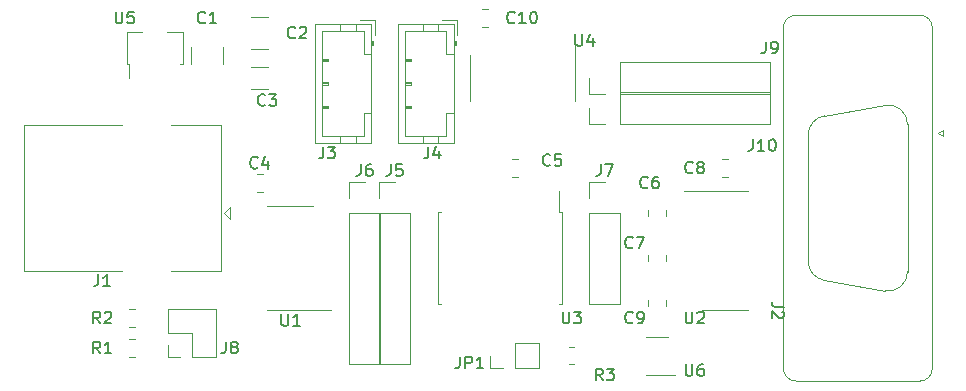
<source format=gbr>
%TF.GenerationSoftware,KiCad,Pcbnew,7.0.6*%
%TF.CreationDate,2023-08-24T17:38:11-04:00*%
%TF.ProjectId,usbio,75736269-6f2e-46b6-9963-61645f706362,rev?*%
%TF.SameCoordinates,Original*%
%TF.FileFunction,Legend,Top*%
%TF.FilePolarity,Positive*%
%FSLAX46Y46*%
G04 Gerber Fmt 4.6, Leading zero omitted, Abs format (unit mm)*
G04 Created by KiCad (PCBNEW 7.0.6) date 2023-08-24 17:38:11*
%MOMM*%
%LPD*%
G01*
G04 APERTURE LIST*
%ADD10C,0.150000*%
%ADD11C,0.120000*%
G04 APERTURE END LIST*
D10*
X139525476Y-63589819D02*
X139525476Y-64304104D01*
X139525476Y-64304104D02*
X139477857Y-64446961D01*
X139477857Y-64446961D02*
X139382619Y-64542200D01*
X139382619Y-64542200D02*
X139239762Y-64589819D01*
X139239762Y-64589819D02*
X139144524Y-64589819D01*
X140525476Y-64589819D02*
X139954048Y-64589819D01*
X140239762Y-64589819D02*
X140239762Y-63589819D01*
X140239762Y-63589819D02*
X140144524Y-63732676D01*
X140144524Y-63732676D02*
X140049286Y-63827914D01*
X140049286Y-63827914D02*
X139954048Y-63875533D01*
X141144524Y-63589819D02*
X141239762Y-63589819D01*
X141239762Y-63589819D02*
X141335000Y-63637438D01*
X141335000Y-63637438D02*
X141382619Y-63685057D01*
X141382619Y-63685057D02*
X141430238Y-63780295D01*
X141430238Y-63780295D02*
X141477857Y-63970771D01*
X141477857Y-63970771D02*
X141477857Y-64208866D01*
X141477857Y-64208866D02*
X141430238Y-64399342D01*
X141430238Y-64399342D02*
X141382619Y-64494580D01*
X141382619Y-64494580D02*
X141335000Y-64542200D01*
X141335000Y-64542200D02*
X141239762Y-64589819D01*
X141239762Y-64589819D02*
X141144524Y-64589819D01*
X141144524Y-64589819D02*
X141049286Y-64542200D01*
X141049286Y-64542200D02*
X141001667Y-64494580D01*
X141001667Y-64494580D02*
X140954048Y-64399342D01*
X140954048Y-64399342D02*
X140906429Y-64208866D01*
X140906429Y-64208866D02*
X140906429Y-63970771D01*
X140906429Y-63970771D02*
X140954048Y-63780295D01*
X140954048Y-63780295D02*
X141001667Y-63685057D01*
X141001667Y-63685057D02*
X141049286Y-63637438D01*
X141049286Y-63637438D02*
X141144524Y-63589819D01*
X99633095Y-78394819D02*
X99633095Y-79204342D01*
X99633095Y-79204342D02*
X99680714Y-79299580D01*
X99680714Y-79299580D02*
X99728333Y-79347200D01*
X99728333Y-79347200D02*
X99823571Y-79394819D01*
X99823571Y-79394819D02*
X100014047Y-79394819D01*
X100014047Y-79394819D02*
X100109285Y-79347200D01*
X100109285Y-79347200D02*
X100156904Y-79299580D01*
X100156904Y-79299580D02*
X100204523Y-79204342D01*
X100204523Y-79204342D02*
X100204523Y-78394819D01*
X101204523Y-79394819D02*
X100633095Y-79394819D01*
X100918809Y-79394819D02*
X100918809Y-78394819D01*
X100918809Y-78394819D02*
X100823571Y-78537676D01*
X100823571Y-78537676D02*
X100728333Y-78632914D01*
X100728333Y-78632914D02*
X100633095Y-78680533D01*
X142150180Y-77771666D02*
X141435895Y-77771666D01*
X141435895Y-77771666D02*
X141293038Y-77724047D01*
X141293038Y-77724047D02*
X141197800Y-77628809D01*
X141197800Y-77628809D02*
X141150180Y-77485952D01*
X141150180Y-77485952D02*
X141150180Y-77390714D01*
X142054942Y-78200238D02*
X142102561Y-78247857D01*
X142102561Y-78247857D02*
X142150180Y-78343095D01*
X142150180Y-78343095D02*
X142150180Y-78581190D01*
X142150180Y-78581190D02*
X142102561Y-78676428D01*
X142102561Y-78676428D02*
X142054942Y-78724047D01*
X142054942Y-78724047D02*
X141959704Y-78771666D01*
X141959704Y-78771666D02*
X141864466Y-78771666D01*
X141864466Y-78771666D02*
X141721609Y-78724047D01*
X141721609Y-78724047D02*
X141150180Y-78152619D01*
X141150180Y-78152619D02*
X141150180Y-78771666D01*
X123448095Y-78194819D02*
X123448095Y-79004342D01*
X123448095Y-79004342D02*
X123495714Y-79099580D01*
X123495714Y-79099580D02*
X123543333Y-79147200D01*
X123543333Y-79147200D02*
X123638571Y-79194819D01*
X123638571Y-79194819D02*
X123829047Y-79194819D01*
X123829047Y-79194819D02*
X123924285Y-79147200D01*
X123924285Y-79147200D02*
X123971904Y-79099580D01*
X123971904Y-79099580D02*
X124019523Y-79004342D01*
X124019523Y-79004342D02*
X124019523Y-78194819D01*
X124400476Y-78194819D02*
X125019523Y-78194819D01*
X125019523Y-78194819D02*
X124686190Y-78575771D01*
X124686190Y-78575771D02*
X124829047Y-78575771D01*
X124829047Y-78575771D02*
X124924285Y-78623390D01*
X124924285Y-78623390D02*
X124971904Y-78671009D01*
X124971904Y-78671009D02*
X125019523Y-78766247D01*
X125019523Y-78766247D02*
X125019523Y-79004342D01*
X125019523Y-79004342D02*
X124971904Y-79099580D01*
X124971904Y-79099580D02*
X124924285Y-79147200D01*
X124924285Y-79147200D02*
X124829047Y-79194819D01*
X124829047Y-79194819D02*
X124543333Y-79194819D01*
X124543333Y-79194819D02*
X124448095Y-79147200D01*
X124448095Y-79147200D02*
X124400476Y-79099580D01*
X106346666Y-65704819D02*
X106346666Y-66419104D01*
X106346666Y-66419104D02*
X106299047Y-66561961D01*
X106299047Y-66561961D02*
X106203809Y-66657200D01*
X106203809Y-66657200D02*
X106060952Y-66704819D01*
X106060952Y-66704819D02*
X105965714Y-66704819D01*
X107251428Y-65704819D02*
X107060952Y-65704819D01*
X107060952Y-65704819D02*
X106965714Y-65752438D01*
X106965714Y-65752438D02*
X106918095Y-65800057D01*
X106918095Y-65800057D02*
X106822857Y-65942914D01*
X106822857Y-65942914D02*
X106775238Y-66133390D01*
X106775238Y-66133390D02*
X106775238Y-66514342D01*
X106775238Y-66514342D02*
X106822857Y-66609580D01*
X106822857Y-66609580D02*
X106870476Y-66657200D01*
X106870476Y-66657200D02*
X106965714Y-66704819D01*
X106965714Y-66704819D02*
X107156190Y-66704819D01*
X107156190Y-66704819D02*
X107251428Y-66657200D01*
X107251428Y-66657200D02*
X107299047Y-66609580D01*
X107299047Y-66609580D02*
X107346666Y-66514342D01*
X107346666Y-66514342D02*
X107346666Y-66276247D01*
X107346666Y-66276247D02*
X107299047Y-66181009D01*
X107299047Y-66181009D02*
X107251428Y-66133390D01*
X107251428Y-66133390D02*
X107156190Y-66085771D01*
X107156190Y-66085771D02*
X106965714Y-66085771D01*
X106965714Y-66085771D02*
X106870476Y-66133390D01*
X106870476Y-66133390D02*
X106822857Y-66181009D01*
X106822857Y-66181009D02*
X106775238Y-66276247D01*
X129373333Y-79099580D02*
X129325714Y-79147200D01*
X129325714Y-79147200D02*
X129182857Y-79194819D01*
X129182857Y-79194819D02*
X129087619Y-79194819D01*
X129087619Y-79194819D02*
X128944762Y-79147200D01*
X128944762Y-79147200D02*
X128849524Y-79051961D01*
X128849524Y-79051961D02*
X128801905Y-78956723D01*
X128801905Y-78956723D02*
X128754286Y-78766247D01*
X128754286Y-78766247D02*
X128754286Y-78623390D01*
X128754286Y-78623390D02*
X128801905Y-78432914D01*
X128801905Y-78432914D02*
X128849524Y-78337676D01*
X128849524Y-78337676D02*
X128944762Y-78242438D01*
X128944762Y-78242438D02*
X129087619Y-78194819D01*
X129087619Y-78194819D02*
X129182857Y-78194819D01*
X129182857Y-78194819D02*
X129325714Y-78242438D01*
X129325714Y-78242438D02*
X129373333Y-78290057D01*
X129849524Y-79194819D02*
X130040000Y-79194819D01*
X130040000Y-79194819D02*
X130135238Y-79147200D01*
X130135238Y-79147200D02*
X130182857Y-79099580D01*
X130182857Y-79099580D02*
X130278095Y-78956723D01*
X130278095Y-78956723D02*
X130325714Y-78766247D01*
X130325714Y-78766247D02*
X130325714Y-78385295D01*
X130325714Y-78385295D02*
X130278095Y-78290057D01*
X130278095Y-78290057D02*
X130230476Y-78242438D01*
X130230476Y-78242438D02*
X130135238Y-78194819D01*
X130135238Y-78194819D02*
X129944762Y-78194819D01*
X129944762Y-78194819D02*
X129849524Y-78242438D01*
X129849524Y-78242438D02*
X129801905Y-78290057D01*
X129801905Y-78290057D02*
X129754286Y-78385295D01*
X129754286Y-78385295D02*
X129754286Y-78623390D01*
X129754286Y-78623390D02*
X129801905Y-78718628D01*
X129801905Y-78718628D02*
X129849524Y-78766247D01*
X129849524Y-78766247D02*
X129944762Y-78813866D01*
X129944762Y-78813866D02*
X130135238Y-78813866D01*
X130135238Y-78813866D02*
X130230476Y-78766247D01*
X130230476Y-78766247D02*
X130278095Y-78718628D01*
X130278095Y-78718628D02*
X130325714Y-78623390D01*
X103171666Y-64224819D02*
X103171666Y-64939104D01*
X103171666Y-64939104D02*
X103124047Y-65081961D01*
X103124047Y-65081961D02*
X103028809Y-65177200D01*
X103028809Y-65177200D02*
X102885952Y-65224819D01*
X102885952Y-65224819D02*
X102790714Y-65224819D01*
X103552619Y-64224819D02*
X104171666Y-64224819D01*
X104171666Y-64224819D02*
X103838333Y-64605771D01*
X103838333Y-64605771D02*
X103981190Y-64605771D01*
X103981190Y-64605771D02*
X104076428Y-64653390D01*
X104076428Y-64653390D02*
X104124047Y-64701009D01*
X104124047Y-64701009D02*
X104171666Y-64796247D01*
X104171666Y-64796247D02*
X104171666Y-65034342D01*
X104171666Y-65034342D02*
X104124047Y-65129580D01*
X104124047Y-65129580D02*
X104076428Y-65177200D01*
X104076428Y-65177200D02*
X103981190Y-65224819D01*
X103981190Y-65224819D02*
X103695476Y-65224819D01*
X103695476Y-65224819D02*
X103600238Y-65177200D01*
X103600238Y-65177200D02*
X103552619Y-65129580D01*
X108886666Y-65704819D02*
X108886666Y-66419104D01*
X108886666Y-66419104D02*
X108839047Y-66561961D01*
X108839047Y-66561961D02*
X108743809Y-66657200D01*
X108743809Y-66657200D02*
X108600952Y-66704819D01*
X108600952Y-66704819D02*
X108505714Y-66704819D01*
X109839047Y-65704819D02*
X109362857Y-65704819D01*
X109362857Y-65704819D02*
X109315238Y-66181009D01*
X109315238Y-66181009D02*
X109362857Y-66133390D01*
X109362857Y-66133390D02*
X109458095Y-66085771D01*
X109458095Y-66085771D02*
X109696190Y-66085771D01*
X109696190Y-66085771D02*
X109791428Y-66133390D01*
X109791428Y-66133390D02*
X109839047Y-66181009D01*
X109839047Y-66181009D02*
X109886666Y-66276247D01*
X109886666Y-66276247D02*
X109886666Y-66514342D01*
X109886666Y-66514342D02*
X109839047Y-66609580D01*
X109839047Y-66609580D02*
X109791428Y-66657200D01*
X109791428Y-66657200D02*
X109696190Y-66704819D01*
X109696190Y-66704819D02*
X109458095Y-66704819D01*
X109458095Y-66704819D02*
X109362857Y-66657200D01*
X109362857Y-66657200D02*
X109315238Y-66609580D01*
X85598095Y-52794819D02*
X85598095Y-53604342D01*
X85598095Y-53604342D02*
X85645714Y-53699580D01*
X85645714Y-53699580D02*
X85693333Y-53747200D01*
X85693333Y-53747200D02*
X85788571Y-53794819D01*
X85788571Y-53794819D02*
X85979047Y-53794819D01*
X85979047Y-53794819D02*
X86074285Y-53747200D01*
X86074285Y-53747200D02*
X86121904Y-53699580D01*
X86121904Y-53699580D02*
X86169523Y-53604342D01*
X86169523Y-53604342D02*
X86169523Y-52794819D01*
X87121904Y-52794819D02*
X86645714Y-52794819D01*
X86645714Y-52794819D02*
X86598095Y-53271009D01*
X86598095Y-53271009D02*
X86645714Y-53223390D01*
X86645714Y-53223390D02*
X86740952Y-53175771D01*
X86740952Y-53175771D02*
X86979047Y-53175771D01*
X86979047Y-53175771D02*
X87074285Y-53223390D01*
X87074285Y-53223390D02*
X87121904Y-53271009D01*
X87121904Y-53271009D02*
X87169523Y-53366247D01*
X87169523Y-53366247D02*
X87169523Y-53604342D01*
X87169523Y-53604342D02*
X87121904Y-53699580D01*
X87121904Y-53699580D02*
X87074285Y-53747200D01*
X87074285Y-53747200D02*
X86979047Y-53794819D01*
X86979047Y-53794819D02*
X86740952Y-53794819D01*
X86740952Y-53794819D02*
X86645714Y-53747200D01*
X86645714Y-53747200D02*
X86598095Y-53699580D01*
X84121666Y-75019819D02*
X84121666Y-75734104D01*
X84121666Y-75734104D02*
X84074047Y-75876961D01*
X84074047Y-75876961D02*
X83978809Y-75972200D01*
X83978809Y-75972200D02*
X83835952Y-76019819D01*
X83835952Y-76019819D02*
X83740714Y-76019819D01*
X85121666Y-76019819D02*
X84550238Y-76019819D01*
X84835952Y-76019819D02*
X84835952Y-75019819D01*
X84835952Y-75019819D02*
X84740714Y-75162676D01*
X84740714Y-75162676D02*
X84645476Y-75257914D01*
X84645476Y-75257914D02*
X84550238Y-75305533D01*
X134453333Y-66399580D02*
X134405714Y-66447200D01*
X134405714Y-66447200D02*
X134262857Y-66494819D01*
X134262857Y-66494819D02*
X134167619Y-66494819D01*
X134167619Y-66494819D02*
X134024762Y-66447200D01*
X134024762Y-66447200D02*
X133929524Y-66351961D01*
X133929524Y-66351961D02*
X133881905Y-66256723D01*
X133881905Y-66256723D02*
X133834286Y-66066247D01*
X133834286Y-66066247D02*
X133834286Y-65923390D01*
X133834286Y-65923390D02*
X133881905Y-65732914D01*
X133881905Y-65732914D02*
X133929524Y-65637676D01*
X133929524Y-65637676D02*
X134024762Y-65542438D01*
X134024762Y-65542438D02*
X134167619Y-65494819D01*
X134167619Y-65494819D02*
X134262857Y-65494819D01*
X134262857Y-65494819D02*
X134405714Y-65542438D01*
X134405714Y-65542438D02*
X134453333Y-65590057D01*
X135024762Y-65923390D02*
X134929524Y-65875771D01*
X134929524Y-65875771D02*
X134881905Y-65828152D01*
X134881905Y-65828152D02*
X134834286Y-65732914D01*
X134834286Y-65732914D02*
X134834286Y-65685295D01*
X134834286Y-65685295D02*
X134881905Y-65590057D01*
X134881905Y-65590057D02*
X134929524Y-65542438D01*
X134929524Y-65542438D02*
X135024762Y-65494819D01*
X135024762Y-65494819D02*
X135215238Y-65494819D01*
X135215238Y-65494819D02*
X135310476Y-65542438D01*
X135310476Y-65542438D02*
X135358095Y-65590057D01*
X135358095Y-65590057D02*
X135405714Y-65685295D01*
X135405714Y-65685295D02*
X135405714Y-65732914D01*
X135405714Y-65732914D02*
X135358095Y-65828152D01*
X135358095Y-65828152D02*
X135310476Y-65875771D01*
X135310476Y-65875771D02*
X135215238Y-65923390D01*
X135215238Y-65923390D02*
X135024762Y-65923390D01*
X135024762Y-65923390D02*
X134929524Y-65971009D01*
X134929524Y-65971009D02*
X134881905Y-66018628D01*
X134881905Y-66018628D02*
X134834286Y-66113866D01*
X134834286Y-66113866D02*
X134834286Y-66304342D01*
X134834286Y-66304342D02*
X134881905Y-66399580D01*
X134881905Y-66399580D02*
X134929524Y-66447200D01*
X134929524Y-66447200D02*
X135024762Y-66494819D01*
X135024762Y-66494819D02*
X135215238Y-66494819D01*
X135215238Y-66494819D02*
X135310476Y-66447200D01*
X135310476Y-66447200D02*
X135358095Y-66399580D01*
X135358095Y-66399580D02*
X135405714Y-66304342D01*
X135405714Y-66304342D02*
X135405714Y-66113866D01*
X135405714Y-66113866D02*
X135358095Y-66018628D01*
X135358095Y-66018628D02*
X135310476Y-65971009D01*
X135310476Y-65971009D02*
X135215238Y-65923390D01*
X84288333Y-79194819D02*
X83955000Y-78718628D01*
X83716905Y-79194819D02*
X83716905Y-78194819D01*
X83716905Y-78194819D02*
X84097857Y-78194819D01*
X84097857Y-78194819D02*
X84193095Y-78242438D01*
X84193095Y-78242438D02*
X84240714Y-78290057D01*
X84240714Y-78290057D02*
X84288333Y-78385295D01*
X84288333Y-78385295D02*
X84288333Y-78528152D01*
X84288333Y-78528152D02*
X84240714Y-78623390D01*
X84240714Y-78623390D02*
X84193095Y-78671009D01*
X84193095Y-78671009D02*
X84097857Y-78718628D01*
X84097857Y-78718628D02*
X83716905Y-78718628D01*
X84669286Y-78290057D02*
X84716905Y-78242438D01*
X84716905Y-78242438D02*
X84812143Y-78194819D01*
X84812143Y-78194819D02*
X85050238Y-78194819D01*
X85050238Y-78194819D02*
X85145476Y-78242438D01*
X85145476Y-78242438D02*
X85193095Y-78290057D01*
X85193095Y-78290057D02*
X85240714Y-78385295D01*
X85240714Y-78385295D02*
X85240714Y-78480533D01*
X85240714Y-78480533D02*
X85193095Y-78623390D01*
X85193095Y-78623390D02*
X84621667Y-79194819D01*
X84621667Y-79194819D02*
X85240714Y-79194819D01*
X133858095Y-82639819D02*
X133858095Y-83449342D01*
X133858095Y-83449342D02*
X133905714Y-83544580D01*
X133905714Y-83544580D02*
X133953333Y-83592200D01*
X133953333Y-83592200D02*
X134048571Y-83639819D01*
X134048571Y-83639819D02*
X134239047Y-83639819D01*
X134239047Y-83639819D02*
X134334285Y-83592200D01*
X134334285Y-83592200D02*
X134381904Y-83544580D01*
X134381904Y-83544580D02*
X134429523Y-83449342D01*
X134429523Y-83449342D02*
X134429523Y-82639819D01*
X135334285Y-82639819D02*
X135143809Y-82639819D01*
X135143809Y-82639819D02*
X135048571Y-82687438D01*
X135048571Y-82687438D02*
X135000952Y-82735057D01*
X135000952Y-82735057D02*
X134905714Y-82877914D01*
X134905714Y-82877914D02*
X134858095Y-83068390D01*
X134858095Y-83068390D02*
X134858095Y-83449342D01*
X134858095Y-83449342D02*
X134905714Y-83544580D01*
X134905714Y-83544580D02*
X134953333Y-83592200D01*
X134953333Y-83592200D02*
X135048571Y-83639819D01*
X135048571Y-83639819D02*
X135239047Y-83639819D01*
X135239047Y-83639819D02*
X135334285Y-83592200D01*
X135334285Y-83592200D02*
X135381904Y-83544580D01*
X135381904Y-83544580D02*
X135429523Y-83449342D01*
X135429523Y-83449342D02*
X135429523Y-83211247D01*
X135429523Y-83211247D02*
X135381904Y-83116009D01*
X135381904Y-83116009D02*
X135334285Y-83068390D01*
X135334285Y-83068390D02*
X135239047Y-83020771D01*
X135239047Y-83020771D02*
X135048571Y-83020771D01*
X135048571Y-83020771D02*
X134953333Y-83068390D01*
X134953333Y-83068390D02*
X134905714Y-83116009D01*
X134905714Y-83116009D02*
X134858095Y-83211247D01*
X114736666Y-82004819D02*
X114736666Y-82719104D01*
X114736666Y-82719104D02*
X114689047Y-82861961D01*
X114689047Y-82861961D02*
X114593809Y-82957200D01*
X114593809Y-82957200D02*
X114450952Y-83004819D01*
X114450952Y-83004819D02*
X114355714Y-83004819D01*
X115212857Y-83004819D02*
X115212857Y-82004819D01*
X115212857Y-82004819D02*
X115593809Y-82004819D01*
X115593809Y-82004819D02*
X115689047Y-82052438D01*
X115689047Y-82052438D02*
X115736666Y-82100057D01*
X115736666Y-82100057D02*
X115784285Y-82195295D01*
X115784285Y-82195295D02*
X115784285Y-82338152D01*
X115784285Y-82338152D02*
X115736666Y-82433390D01*
X115736666Y-82433390D02*
X115689047Y-82481009D01*
X115689047Y-82481009D02*
X115593809Y-82528628D01*
X115593809Y-82528628D02*
X115212857Y-82528628D01*
X116736666Y-83004819D02*
X116165238Y-83004819D01*
X116450952Y-83004819D02*
X116450952Y-82004819D01*
X116450952Y-82004819D02*
X116355714Y-82147676D01*
X116355714Y-82147676D02*
X116260476Y-82242914D01*
X116260476Y-82242914D02*
X116165238Y-82290533D01*
X122388333Y-65764580D02*
X122340714Y-65812200D01*
X122340714Y-65812200D02*
X122197857Y-65859819D01*
X122197857Y-65859819D02*
X122102619Y-65859819D01*
X122102619Y-65859819D02*
X121959762Y-65812200D01*
X121959762Y-65812200D02*
X121864524Y-65716961D01*
X121864524Y-65716961D02*
X121816905Y-65621723D01*
X121816905Y-65621723D02*
X121769286Y-65431247D01*
X121769286Y-65431247D02*
X121769286Y-65288390D01*
X121769286Y-65288390D02*
X121816905Y-65097914D01*
X121816905Y-65097914D02*
X121864524Y-65002676D01*
X121864524Y-65002676D02*
X121959762Y-64907438D01*
X121959762Y-64907438D02*
X122102619Y-64859819D01*
X122102619Y-64859819D02*
X122197857Y-64859819D01*
X122197857Y-64859819D02*
X122340714Y-64907438D01*
X122340714Y-64907438D02*
X122388333Y-64955057D01*
X123293095Y-64859819D02*
X122816905Y-64859819D01*
X122816905Y-64859819D02*
X122769286Y-65336009D01*
X122769286Y-65336009D02*
X122816905Y-65288390D01*
X122816905Y-65288390D02*
X122912143Y-65240771D01*
X122912143Y-65240771D02*
X123150238Y-65240771D01*
X123150238Y-65240771D02*
X123245476Y-65288390D01*
X123245476Y-65288390D02*
X123293095Y-65336009D01*
X123293095Y-65336009D02*
X123340714Y-65431247D01*
X123340714Y-65431247D02*
X123340714Y-65669342D01*
X123340714Y-65669342D02*
X123293095Y-65764580D01*
X123293095Y-65764580D02*
X123245476Y-65812200D01*
X123245476Y-65812200D02*
X123150238Y-65859819D01*
X123150238Y-65859819D02*
X122912143Y-65859819D01*
X122912143Y-65859819D02*
X122816905Y-65812200D01*
X122816905Y-65812200D02*
X122769286Y-65764580D01*
X126666666Y-65704819D02*
X126666666Y-66419104D01*
X126666666Y-66419104D02*
X126619047Y-66561961D01*
X126619047Y-66561961D02*
X126523809Y-66657200D01*
X126523809Y-66657200D02*
X126380952Y-66704819D01*
X126380952Y-66704819D02*
X126285714Y-66704819D01*
X127047619Y-65704819D02*
X127714285Y-65704819D01*
X127714285Y-65704819D02*
X127285714Y-66704819D01*
X133858095Y-78194819D02*
X133858095Y-79004342D01*
X133858095Y-79004342D02*
X133905714Y-79099580D01*
X133905714Y-79099580D02*
X133953333Y-79147200D01*
X133953333Y-79147200D02*
X134048571Y-79194819D01*
X134048571Y-79194819D02*
X134239047Y-79194819D01*
X134239047Y-79194819D02*
X134334285Y-79147200D01*
X134334285Y-79147200D02*
X134381904Y-79099580D01*
X134381904Y-79099580D02*
X134429523Y-79004342D01*
X134429523Y-79004342D02*
X134429523Y-78194819D01*
X134858095Y-78290057D02*
X134905714Y-78242438D01*
X134905714Y-78242438D02*
X135000952Y-78194819D01*
X135000952Y-78194819D02*
X135239047Y-78194819D01*
X135239047Y-78194819D02*
X135334285Y-78242438D01*
X135334285Y-78242438D02*
X135381904Y-78290057D01*
X135381904Y-78290057D02*
X135429523Y-78385295D01*
X135429523Y-78385295D02*
X135429523Y-78480533D01*
X135429523Y-78480533D02*
X135381904Y-78623390D01*
X135381904Y-78623390D02*
X134810476Y-79194819D01*
X134810476Y-79194819D02*
X135429523Y-79194819D01*
X140636666Y-55334819D02*
X140636666Y-56049104D01*
X140636666Y-56049104D02*
X140589047Y-56191961D01*
X140589047Y-56191961D02*
X140493809Y-56287200D01*
X140493809Y-56287200D02*
X140350952Y-56334819D01*
X140350952Y-56334819D02*
X140255714Y-56334819D01*
X141160476Y-56334819D02*
X141350952Y-56334819D01*
X141350952Y-56334819D02*
X141446190Y-56287200D01*
X141446190Y-56287200D02*
X141493809Y-56239580D01*
X141493809Y-56239580D02*
X141589047Y-56096723D01*
X141589047Y-56096723D02*
X141636666Y-55906247D01*
X141636666Y-55906247D02*
X141636666Y-55525295D01*
X141636666Y-55525295D02*
X141589047Y-55430057D01*
X141589047Y-55430057D02*
X141541428Y-55382438D01*
X141541428Y-55382438D02*
X141446190Y-55334819D01*
X141446190Y-55334819D02*
X141255714Y-55334819D01*
X141255714Y-55334819D02*
X141160476Y-55382438D01*
X141160476Y-55382438D02*
X141112857Y-55430057D01*
X141112857Y-55430057D02*
X141065238Y-55525295D01*
X141065238Y-55525295D02*
X141065238Y-55763390D01*
X141065238Y-55763390D02*
X141112857Y-55858628D01*
X141112857Y-55858628D02*
X141160476Y-55906247D01*
X141160476Y-55906247D02*
X141255714Y-55953866D01*
X141255714Y-55953866D02*
X141446190Y-55953866D01*
X141446190Y-55953866D02*
X141541428Y-55906247D01*
X141541428Y-55906247D02*
X141589047Y-55858628D01*
X141589047Y-55858628D02*
X141636666Y-55763390D01*
X129373333Y-72749580D02*
X129325714Y-72797200D01*
X129325714Y-72797200D02*
X129182857Y-72844819D01*
X129182857Y-72844819D02*
X129087619Y-72844819D01*
X129087619Y-72844819D02*
X128944762Y-72797200D01*
X128944762Y-72797200D02*
X128849524Y-72701961D01*
X128849524Y-72701961D02*
X128801905Y-72606723D01*
X128801905Y-72606723D02*
X128754286Y-72416247D01*
X128754286Y-72416247D02*
X128754286Y-72273390D01*
X128754286Y-72273390D02*
X128801905Y-72082914D01*
X128801905Y-72082914D02*
X128849524Y-71987676D01*
X128849524Y-71987676D02*
X128944762Y-71892438D01*
X128944762Y-71892438D02*
X129087619Y-71844819D01*
X129087619Y-71844819D02*
X129182857Y-71844819D01*
X129182857Y-71844819D02*
X129325714Y-71892438D01*
X129325714Y-71892438D02*
X129373333Y-71940057D01*
X129706667Y-71844819D02*
X130373333Y-71844819D01*
X130373333Y-71844819D02*
X129944762Y-72844819D01*
X119372142Y-53699580D02*
X119324523Y-53747200D01*
X119324523Y-53747200D02*
X119181666Y-53794819D01*
X119181666Y-53794819D02*
X119086428Y-53794819D01*
X119086428Y-53794819D02*
X118943571Y-53747200D01*
X118943571Y-53747200D02*
X118848333Y-53651961D01*
X118848333Y-53651961D02*
X118800714Y-53556723D01*
X118800714Y-53556723D02*
X118753095Y-53366247D01*
X118753095Y-53366247D02*
X118753095Y-53223390D01*
X118753095Y-53223390D02*
X118800714Y-53032914D01*
X118800714Y-53032914D02*
X118848333Y-52937676D01*
X118848333Y-52937676D02*
X118943571Y-52842438D01*
X118943571Y-52842438D02*
X119086428Y-52794819D01*
X119086428Y-52794819D02*
X119181666Y-52794819D01*
X119181666Y-52794819D02*
X119324523Y-52842438D01*
X119324523Y-52842438D02*
X119372142Y-52890057D01*
X120324523Y-53794819D02*
X119753095Y-53794819D01*
X120038809Y-53794819D02*
X120038809Y-52794819D01*
X120038809Y-52794819D02*
X119943571Y-52937676D01*
X119943571Y-52937676D02*
X119848333Y-53032914D01*
X119848333Y-53032914D02*
X119753095Y-53080533D01*
X120943571Y-52794819D02*
X121038809Y-52794819D01*
X121038809Y-52794819D02*
X121134047Y-52842438D01*
X121134047Y-52842438D02*
X121181666Y-52890057D01*
X121181666Y-52890057D02*
X121229285Y-52985295D01*
X121229285Y-52985295D02*
X121276904Y-53175771D01*
X121276904Y-53175771D02*
X121276904Y-53413866D01*
X121276904Y-53413866D02*
X121229285Y-53604342D01*
X121229285Y-53604342D02*
X121181666Y-53699580D01*
X121181666Y-53699580D02*
X121134047Y-53747200D01*
X121134047Y-53747200D02*
X121038809Y-53794819D01*
X121038809Y-53794819D02*
X120943571Y-53794819D01*
X120943571Y-53794819D02*
X120848333Y-53747200D01*
X120848333Y-53747200D02*
X120800714Y-53699580D01*
X120800714Y-53699580D02*
X120753095Y-53604342D01*
X120753095Y-53604342D02*
X120705476Y-53413866D01*
X120705476Y-53413866D02*
X120705476Y-53175771D01*
X120705476Y-53175771D02*
X120753095Y-52985295D01*
X120753095Y-52985295D02*
X120800714Y-52890057D01*
X120800714Y-52890057D02*
X120848333Y-52842438D01*
X120848333Y-52842438D02*
X120943571Y-52794819D01*
X94916666Y-80734819D02*
X94916666Y-81449104D01*
X94916666Y-81449104D02*
X94869047Y-81591961D01*
X94869047Y-81591961D02*
X94773809Y-81687200D01*
X94773809Y-81687200D02*
X94630952Y-81734819D01*
X94630952Y-81734819D02*
X94535714Y-81734819D01*
X95535714Y-81163390D02*
X95440476Y-81115771D01*
X95440476Y-81115771D02*
X95392857Y-81068152D01*
X95392857Y-81068152D02*
X95345238Y-80972914D01*
X95345238Y-80972914D02*
X95345238Y-80925295D01*
X95345238Y-80925295D02*
X95392857Y-80830057D01*
X95392857Y-80830057D02*
X95440476Y-80782438D01*
X95440476Y-80782438D02*
X95535714Y-80734819D01*
X95535714Y-80734819D02*
X95726190Y-80734819D01*
X95726190Y-80734819D02*
X95821428Y-80782438D01*
X95821428Y-80782438D02*
X95869047Y-80830057D01*
X95869047Y-80830057D02*
X95916666Y-80925295D01*
X95916666Y-80925295D02*
X95916666Y-80972914D01*
X95916666Y-80972914D02*
X95869047Y-81068152D01*
X95869047Y-81068152D02*
X95821428Y-81115771D01*
X95821428Y-81115771D02*
X95726190Y-81163390D01*
X95726190Y-81163390D02*
X95535714Y-81163390D01*
X95535714Y-81163390D02*
X95440476Y-81211009D01*
X95440476Y-81211009D02*
X95392857Y-81258628D01*
X95392857Y-81258628D02*
X95345238Y-81353866D01*
X95345238Y-81353866D02*
X95345238Y-81544342D01*
X95345238Y-81544342D02*
X95392857Y-81639580D01*
X95392857Y-81639580D02*
X95440476Y-81687200D01*
X95440476Y-81687200D02*
X95535714Y-81734819D01*
X95535714Y-81734819D02*
X95726190Y-81734819D01*
X95726190Y-81734819D02*
X95821428Y-81687200D01*
X95821428Y-81687200D02*
X95869047Y-81639580D01*
X95869047Y-81639580D02*
X95916666Y-81544342D01*
X95916666Y-81544342D02*
X95916666Y-81353866D01*
X95916666Y-81353866D02*
X95869047Y-81258628D01*
X95869047Y-81258628D02*
X95821428Y-81211009D01*
X95821428Y-81211009D02*
X95726190Y-81163390D01*
X124533095Y-54699819D02*
X124533095Y-55509342D01*
X124533095Y-55509342D02*
X124580714Y-55604580D01*
X124580714Y-55604580D02*
X124628333Y-55652200D01*
X124628333Y-55652200D02*
X124723571Y-55699819D01*
X124723571Y-55699819D02*
X124914047Y-55699819D01*
X124914047Y-55699819D02*
X125009285Y-55652200D01*
X125009285Y-55652200D02*
X125056904Y-55604580D01*
X125056904Y-55604580D02*
X125104523Y-55509342D01*
X125104523Y-55509342D02*
X125104523Y-54699819D01*
X126009285Y-55033152D02*
X126009285Y-55699819D01*
X125771190Y-54652200D02*
X125533095Y-55366485D01*
X125533095Y-55366485D02*
X126152142Y-55366485D01*
X112061666Y-64224819D02*
X112061666Y-64939104D01*
X112061666Y-64939104D02*
X112014047Y-65081961D01*
X112014047Y-65081961D02*
X111918809Y-65177200D01*
X111918809Y-65177200D02*
X111775952Y-65224819D01*
X111775952Y-65224819D02*
X111680714Y-65224819D01*
X112966428Y-64558152D02*
X112966428Y-65224819D01*
X112728333Y-64177200D02*
X112490238Y-64891485D01*
X112490238Y-64891485D02*
X113109285Y-64891485D01*
X84288333Y-81734819D02*
X83955000Y-81258628D01*
X83716905Y-81734819D02*
X83716905Y-80734819D01*
X83716905Y-80734819D02*
X84097857Y-80734819D01*
X84097857Y-80734819D02*
X84193095Y-80782438D01*
X84193095Y-80782438D02*
X84240714Y-80830057D01*
X84240714Y-80830057D02*
X84288333Y-80925295D01*
X84288333Y-80925295D02*
X84288333Y-81068152D01*
X84288333Y-81068152D02*
X84240714Y-81163390D01*
X84240714Y-81163390D02*
X84193095Y-81211009D01*
X84193095Y-81211009D02*
X84097857Y-81258628D01*
X84097857Y-81258628D02*
X83716905Y-81258628D01*
X85240714Y-81734819D02*
X84669286Y-81734819D01*
X84955000Y-81734819D02*
X84955000Y-80734819D01*
X84955000Y-80734819D02*
X84859762Y-80877676D01*
X84859762Y-80877676D02*
X84764524Y-80972914D01*
X84764524Y-80972914D02*
X84669286Y-81020533D01*
X97623333Y-65989580D02*
X97575714Y-66037200D01*
X97575714Y-66037200D02*
X97432857Y-66084819D01*
X97432857Y-66084819D02*
X97337619Y-66084819D01*
X97337619Y-66084819D02*
X97194762Y-66037200D01*
X97194762Y-66037200D02*
X97099524Y-65941961D01*
X97099524Y-65941961D02*
X97051905Y-65846723D01*
X97051905Y-65846723D02*
X97004286Y-65656247D01*
X97004286Y-65656247D02*
X97004286Y-65513390D01*
X97004286Y-65513390D02*
X97051905Y-65322914D01*
X97051905Y-65322914D02*
X97099524Y-65227676D01*
X97099524Y-65227676D02*
X97194762Y-65132438D01*
X97194762Y-65132438D02*
X97337619Y-65084819D01*
X97337619Y-65084819D02*
X97432857Y-65084819D01*
X97432857Y-65084819D02*
X97575714Y-65132438D01*
X97575714Y-65132438D02*
X97623333Y-65180057D01*
X98480476Y-65418152D02*
X98480476Y-66084819D01*
X98242381Y-65037200D02*
X98004286Y-65751485D01*
X98004286Y-65751485D02*
X98623333Y-65751485D01*
X130643333Y-67669580D02*
X130595714Y-67717200D01*
X130595714Y-67717200D02*
X130452857Y-67764819D01*
X130452857Y-67764819D02*
X130357619Y-67764819D01*
X130357619Y-67764819D02*
X130214762Y-67717200D01*
X130214762Y-67717200D02*
X130119524Y-67621961D01*
X130119524Y-67621961D02*
X130071905Y-67526723D01*
X130071905Y-67526723D02*
X130024286Y-67336247D01*
X130024286Y-67336247D02*
X130024286Y-67193390D01*
X130024286Y-67193390D02*
X130071905Y-67002914D01*
X130071905Y-67002914D02*
X130119524Y-66907676D01*
X130119524Y-66907676D02*
X130214762Y-66812438D01*
X130214762Y-66812438D02*
X130357619Y-66764819D01*
X130357619Y-66764819D02*
X130452857Y-66764819D01*
X130452857Y-66764819D02*
X130595714Y-66812438D01*
X130595714Y-66812438D02*
X130643333Y-66860057D01*
X131500476Y-66764819D02*
X131310000Y-66764819D01*
X131310000Y-66764819D02*
X131214762Y-66812438D01*
X131214762Y-66812438D02*
X131167143Y-66860057D01*
X131167143Y-66860057D02*
X131071905Y-67002914D01*
X131071905Y-67002914D02*
X131024286Y-67193390D01*
X131024286Y-67193390D02*
X131024286Y-67574342D01*
X131024286Y-67574342D02*
X131071905Y-67669580D01*
X131071905Y-67669580D02*
X131119524Y-67717200D01*
X131119524Y-67717200D02*
X131214762Y-67764819D01*
X131214762Y-67764819D02*
X131405238Y-67764819D01*
X131405238Y-67764819D02*
X131500476Y-67717200D01*
X131500476Y-67717200D02*
X131548095Y-67669580D01*
X131548095Y-67669580D02*
X131595714Y-67574342D01*
X131595714Y-67574342D02*
X131595714Y-67336247D01*
X131595714Y-67336247D02*
X131548095Y-67241009D01*
X131548095Y-67241009D02*
X131500476Y-67193390D01*
X131500476Y-67193390D02*
X131405238Y-67145771D01*
X131405238Y-67145771D02*
X131214762Y-67145771D01*
X131214762Y-67145771D02*
X131119524Y-67193390D01*
X131119524Y-67193390D02*
X131071905Y-67241009D01*
X131071905Y-67241009D02*
X131024286Y-67336247D01*
X100798333Y-54969580D02*
X100750714Y-55017200D01*
X100750714Y-55017200D02*
X100607857Y-55064819D01*
X100607857Y-55064819D02*
X100512619Y-55064819D01*
X100512619Y-55064819D02*
X100369762Y-55017200D01*
X100369762Y-55017200D02*
X100274524Y-54921961D01*
X100274524Y-54921961D02*
X100226905Y-54826723D01*
X100226905Y-54826723D02*
X100179286Y-54636247D01*
X100179286Y-54636247D02*
X100179286Y-54493390D01*
X100179286Y-54493390D02*
X100226905Y-54302914D01*
X100226905Y-54302914D02*
X100274524Y-54207676D01*
X100274524Y-54207676D02*
X100369762Y-54112438D01*
X100369762Y-54112438D02*
X100512619Y-54064819D01*
X100512619Y-54064819D02*
X100607857Y-54064819D01*
X100607857Y-54064819D02*
X100750714Y-54112438D01*
X100750714Y-54112438D02*
X100798333Y-54160057D01*
X101179286Y-54160057D02*
X101226905Y-54112438D01*
X101226905Y-54112438D02*
X101322143Y-54064819D01*
X101322143Y-54064819D02*
X101560238Y-54064819D01*
X101560238Y-54064819D02*
X101655476Y-54112438D01*
X101655476Y-54112438D02*
X101703095Y-54160057D01*
X101703095Y-54160057D02*
X101750714Y-54255295D01*
X101750714Y-54255295D02*
X101750714Y-54350533D01*
X101750714Y-54350533D02*
X101703095Y-54493390D01*
X101703095Y-54493390D02*
X101131667Y-55064819D01*
X101131667Y-55064819D02*
X101750714Y-55064819D01*
X98258333Y-60684580D02*
X98210714Y-60732200D01*
X98210714Y-60732200D02*
X98067857Y-60779819D01*
X98067857Y-60779819D02*
X97972619Y-60779819D01*
X97972619Y-60779819D02*
X97829762Y-60732200D01*
X97829762Y-60732200D02*
X97734524Y-60636961D01*
X97734524Y-60636961D02*
X97686905Y-60541723D01*
X97686905Y-60541723D02*
X97639286Y-60351247D01*
X97639286Y-60351247D02*
X97639286Y-60208390D01*
X97639286Y-60208390D02*
X97686905Y-60017914D01*
X97686905Y-60017914D02*
X97734524Y-59922676D01*
X97734524Y-59922676D02*
X97829762Y-59827438D01*
X97829762Y-59827438D02*
X97972619Y-59779819D01*
X97972619Y-59779819D02*
X98067857Y-59779819D01*
X98067857Y-59779819D02*
X98210714Y-59827438D01*
X98210714Y-59827438D02*
X98258333Y-59875057D01*
X98591667Y-59779819D02*
X99210714Y-59779819D01*
X99210714Y-59779819D02*
X98877381Y-60160771D01*
X98877381Y-60160771D02*
X99020238Y-60160771D01*
X99020238Y-60160771D02*
X99115476Y-60208390D01*
X99115476Y-60208390D02*
X99163095Y-60256009D01*
X99163095Y-60256009D02*
X99210714Y-60351247D01*
X99210714Y-60351247D02*
X99210714Y-60589342D01*
X99210714Y-60589342D02*
X99163095Y-60684580D01*
X99163095Y-60684580D02*
X99115476Y-60732200D01*
X99115476Y-60732200D02*
X99020238Y-60779819D01*
X99020238Y-60779819D02*
X98734524Y-60779819D01*
X98734524Y-60779819D02*
X98639286Y-60732200D01*
X98639286Y-60732200D02*
X98591667Y-60684580D01*
X93178333Y-53699580D02*
X93130714Y-53747200D01*
X93130714Y-53747200D02*
X92987857Y-53794819D01*
X92987857Y-53794819D02*
X92892619Y-53794819D01*
X92892619Y-53794819D02*
X92749762Y-53747200D01*
X92749762Y-53747200D02*
X92654524Y-53651961D01*
X92654524Y-53651961D02*
X92606905Y-53556723D01*
X92606905Y-53556723D02*
X92559286Y-53366247D01*
X92559286Y-53366247D02*
X92559286Y-53223390D01*
X92559286Y-53223390D02*
X92606905Y-53032914D01*
X92606905Y-53032914D02*
X92654524Y-52937676D01*
X92654524Y-52937676D02*
X92749762Y-52842438D01*
X92749762Y-52842438D02*
X92892619Y-52794819D01*
X92892619Y-52794819D02*
X92987857Y-52794819D01*
X92987857Y-52794819D02*
X93130714Y-52842438D01*
X93130714Y-52842438D02*
X93178333Y-52890057D01*
X94130714Y-53794819D02*
X93559286Y-53794819D01*
X93845000Y-53794819D02*
X93845000Y-52794819D01*
X93845000Y-52794819D02*
X93749762Y-52937676D01*
X93749762Y-52937676D02*
X93654524Y-53032914D01*
X93654524Y-53032914D02*
X93559286Y-53080533D01*
X126833333Y-84019819D02*
X126500000Y-83543628D01*
X126261905Y-84019819D02*
X126261905Y-83019819D01*
X126261905Y-83019819D02*
X126642857Y-83019819D01*
X126642857Y-83019819D02*
X126738095Y-83067438D01*
X126738095Y-83067438D02*
X126785714Y-83115057D01*
X126785714Y-83115057D02*
X126833333Y-83210295D01*
X126833333Y-83210295D02*
X126833333Y-83353152D01*
X126833333Y-83353152D02*
X126785714Y-83448390D01*
X126785714Y-83448390D02*
X126738095Y-83496009D01*
X126738095Y-83496009D02*
X126642857Y-83543628D01*
X126642857Y-83543628D02*
X126261905Y-83543628D01*
X127166667Y-83019819D02*
X127785714Y-83019819D01*
X127785714Y-83019819D02*
X127452381Y-83400771D01*
X127452381Y-83400771D02*
X127595238Y-83400771D01*
X127595238Y-83400771D02*
X127690476Y-83448390D01*
X127690476Y-83448390D02*
X127738095Y-83496009D01*
X127738095Y-83496009D02*
X127785714Y-83591247D01*
X127785714Y-83591247D02*
X127785714Y-83829342D01*
X127785714Y-83829342D02*
X127738095Y-83924580D01*
X127738095Y-83924580D02*
X127690476Y-83972200D01*
X127690476Y-83972200D02*
X127595238Y-84019819D01*
X127595238Y-84019819D02*
X127309524Y-84019819D01*
X127309524Y-84019819D02*
X127214286Y-83972200D01*
X127214286Y-83972200D02*
X127166667Y-83924580D01*
D11*
%TO.C,J10*%
X125670000Y-62290000D02*
X125670000Y-60960000D01*
X127000000Y-62290000D02*
X125670000Y-62290000D01*
X128270000Y-62290000D02*
X141030000Y-62290000D01*
X128270000Y-62290000D02*
X128270000Y-59630000D01*
X141030000Y-62290000D02*
X141030000Y-59630000D01*
X128270000Y-59630000D02*
X141030000Y-59630000D01*
%TO.C,U1*%
X100395000Y-78095000D02*
X103845000Y-78095000D01*
X100395000Y-78095000D02*
X98445000Y-78095000D01*
X100395000Y-69225000D02*
X102345000Y-69225000D01*
X100395000Y-69225000D02*
X98445000Y-69225000D01*
%TO.C,J2*%
X143190000Y-53095000D02*
X153690000Y-53095000D01*
X154750000Y-54155000D02*
X154750000Y-83005000D01*
X150701744Y-60713530D02*
X145601744Y-61612798D01*
X152650000Y-62348311D02*
X152650000Y-74811689D01*
X155644338Y-62790000D02*
X155644338Y-63290000D01*
X155211325Y-63040000D02*
X155644338Y-62790000D01*
X144230000Y-63247579D02*
X144230000Y-73912421D01*
X155644338Y-63290000D02*
X155211325Y-63040000D01*
X150701744Y-76446470D02*
X145601744Y-75547202D01*
X142130000Y-83005000D02*
X142130000Y-54155000D01*
X153690000Y-84065000D02*
X143190000Y-84065000D01*
X154750000Y-54155000D02*
G75*
G03*
X153690000Y-53095000I-1060001J-1D01*
G01*
X143190000Y-53095000D02*
G75*
G03*
X142130000Y-54155000I1J-1060001D01*
G01*
X152650000Y-62348311D02*
G75*
G03*
X150701744Y-60713530I-1659999J1D01*
G01*
X145601744Y-61612798D02*
G75*
G03*
X144230000Y-63247579I288259J-1634783D01*
G01*
X150701742Y-76446481D02*
G75*
G03*
X152650000Y-74811689I288258J1634781D01*
G01*
X144229999Y-73912421D02*
G75*
G03*
X145601744Y-75547202I1660001J1D01*
G01*
X153690000Y-84065000D02*
G75*
G03*
X154750000Y-83005000I0J1060000D01*
G01*
X142130000Y-83005000D02*
G75*
G03*
X143190000Y-84065000I1060000J0D01*
G01*
%TO.C,U3*%
X123370000Y-69800000D02*
X123115000Y-69800000D01*
X123115000Y-69800000D02*
X123115000Y-67985000D01*
X112850000Y-69800000D02*
X113105000Y-69800000D01*
X123370000Y-73660000D02*
X123370000Y-69800000D01*
X123370000Y-73660000D02*
X123370000Y-77520000D01*
X112850000Y-73660000D02*
X112850000Y-69800000D01*
X112850000Y-73660000D02*
X112850000Y-77520000D01*
X123370000Y-77520000D02*
X123115000Y-77520000D01*
X112850000Y-77520000D02*
X113105000Y-77520000D01*
%TO.C,J6*%
X105350000Y-67250000D02*
X106680000Y-67250000D01*
X105350000Y-68580000D02*
X105350000Y-67250000D01*
X105350000Y-69850000D02*
X105350000Y-82610000D01*
X105350000Y-69850000D02*
X108010000Y-69850000D01*
X105350000Y-82610000D02*
X108010000Y-82610000D01*
X108010000Y-69850000D02*
X108010000Y-82610000D01*
%TO.C,C9*%
X132180000Y-77208748D02*
X132180000Y-77731252D01*
X130710000Y-77208748D02*
X130710000Y-77731252D01*
%TO.C,J3*%
X107520000Y-53520000D02*
X106270000Y-53520000D01*
X107220000Y-53820000D02*
X102500000Y-53820000D01*
X105910000Y-53820000D02*
X105910000Y-54430000D01*
X104610000Y-53820000D02*
X104610000Y-54430000D01*
X102500000Y-53820000D02*
X102500000Y-63940000D01*
X106610000Y-54430000D02*
X103110000Y-54430000D01*
X103110000Y-54430000D02*
X103110000Y-63330000D01*
X107520000Y-54770000D02*
X107520000Y-53520000D01*
X107420000Y-55280000D02*
X107220000Y-55280000D01*
X107420000Y-55580000D02*
X107420000Y-55280000D01*
X107320000Y-55580000D02*
X107320000Y-55280000D01*
X107220000Y-55580000D02*
X107420000Y-55580000D01*
X107220000Y-56380000D02*
X106610000Y-56380000D01*
X106610000Y-56380000D02*
X106610000Y-54430000D01*
X103610000Y-56780000D02*
X103610000Y-56980000D01*
X103110000Y-56780000D02*
X103610000Y-56780000D01*
X103110000Y-56880000D02*
X103610000Y-56880000D01*
X103610000Y-56980000D02*
X103110000Y-56980000D01*
X103610000Y-58780000D02*
X103610000Y-58980000D01*
X103110000Y-58780000D02*
X103610000Y-58780000D01*
X103110000Y-58880000D02*
X103610000Y-58880000D01*
X103610000Y-58980000D02*
X103110000Y-58980000D01*
X103610000Y-60780000D02*
X103610000Y-60980000D01*
X103110000Y-60780000D02*
X103610000Y-60780000D01*
X103110000Y-60880000D02*
X103610000Y-60880000D01*
X103610000Y-60980000D02*
X103110000Y-60980000D01*
X106610000Y-61380000D02*
X107220000Y-61380000D01*
X106610000Y-63330000D02*
X106610000Y-61380000D01*
X103110000Y-63330000D02*
X106610000Y-63330000D01*
X107220000Y-63940000D02*
X107220000Y-53820000D01*
X105910000Y-63940000D02*
X105910000Y-63330000D01*
X104610000Y-63940000D02*
X104610000Y-63330000D01*
X102500000Y-63940000D02*
X107220000Y-63940000D01*
%TO.C,J5*%
X107890000Y-67250000D02*
X109220000Y-67250000D01*
X107890000Y-68580000D02*
X107890000Y-67250000D01*
X107890000Y-69850000D02*
X107890000Y-82610000D01*
X107890000Y-69850000D02*
X110550000Y-69850000D01*
X107890000Y-82610000D02*
X110550000Y-82610000D01*
X110550000Y-69850000D02*
X110550000Y-82610000D01*
%TO.C,U5*%
X86770000Y-58380000D02*
X86770000Y-57240000D01*
X86540000Y-57240000D02*
X86770000Y-57240000D01*
X86540000Y-57240000D02*
X86540000Y-54520000D01*
X91260000Y-57240000D02*
X91030000Y-57240000D01*
X86540000Y-54520000D02*
X87850000Y-54520000D01*
X89950000Y-54520000D02*
X91260000Y-54520000D01*
X91260000Y-54520000D02*
X91260000Y-57240000D01*
%TO.C,J1*%
X95257500Y-70330000D02*
X95257500Y-69330000D01*
X95257500Y-69330000D02*
X94757500Y-69830000D01*
X94757500Y-69830000D02*
X95257500Y-70330000D01*
X94537500Y-74740000D02*
X94537500Y-62420000D01*
X94537500Y-62420000D02*
X90277500Y-62420000D01*
X90277500Y-74740000D02*
X94537500Y-74740000D01*
X86177500Y-74740000D02*
X77817500Y-74740000D01*
X77817500Y-74740000D02*
X77817500Y-62420000D01*
X77817500Y-62420000D02*
X86177500Y-62420000D01*
%TO.C,C8*%
X136898748Y-65305000D02*
X137421252Y-65305000D01*
X136898748Y-66775000D02*
X137421252Y-66775000D01*
%TO.C,R2*%
X86767936Y-78005000D02*
X87222064Y-78005000D01*
X86767936Y-79475000D02*
X87222064Y-79475000D01*
%TO.C,U6*%
X132345000Y-80305000D02*
X130545000Y-80305000D01*
X130545000Y-83525000D02*
X132995000Y-83525000D01*
%TO.C,JP1*%
X117320000Y-82975000D02*
X117320000Y-81915000D01*
X118380000Y-82975000D02*
X117320000Y-82975000D01*
X119380000Y-82975000D02*
X121440000Y-82975000D01*
X119380000Y-82975000D02*
X119380000Y-80855000D01*
X121440000Y-82975000D02*
X121440000Y-80855000D01*
X119380000Y-80855000D02*
X121440000Y-80855000D01*
%TO.C,C5*%
X119641252Y-66775000D02*
X119118748Y-66775000D01*
X119641252Y-65305000D02*
X119118748Y-65305000D01*
%TO.C,J7*%
X125670000Y-67250000D02*
X127000000Y-67250000D01*
X125670000Y-68580000D02*
X125670000Y-67250000D01*
X125670000Y-69850000D02*
X125670000Y-77530000D01*
X125670000Y-69850000D02*
X128330000Y-69850000D01*
X125670000Y-77530000D02*
X128330000Y-77530000D01*
X128330000Y-69850000D02*
X128330000Y-77530000D01*
%TO.C,U2*%
X137160000Y-67965000D02*
X133710000Y-67965000D01*
X137160000Y-67965000D02*
X139110000Y-67965000D01*
X137160000Y-78085000D02*
X135210000Y-78085000D01*
X137160000Y-78085000D02*
X139110000Y-78085000D01*
%TO.C,J9*%
X125670000Y-59750000D02*
X125670000Y-58420000D01*
X127000000Y-59750000D02*
X125670000Y-59750000D01*
X128270000Y-59750000D02*
X141030000Y-59750000D01*
X128270000Y-59750000D02*
X128270000Y-57090000D01*
X141030000Y-59750000D02*
X141030000Y-57090000D01*
X128270000Y-57090000D02*
X141030000Y-57090000D01*
%TO.C,C7*%
X132180000Y-73398748D02*
X132180000Y-73921252D01*
X130710000Y-73398748D02*
X130710000Y-73921252D01*
%TO.C,C10*%
X116578748Y-52605000D02*
X117101252Y-52605000D01*
X116578748Y-54075000D02*
X117101252Y-54075000D01*
%TO.C,J8*%
X90015000Y-82070000D02*
X90015000Y-81010000D01*
X91075000Y-82070000D02*
X90015000Y-82070000D01*
X92075000Y-82070000D02*
X94135000Y-82070000D01*
X92075000Y-82070000D02*
X92075000Y-80010000D01*
X94135000Y-82070000D02*
X94135000Y-77950000D01*
X90015000Y-80010000D02*
X90015000Y-77950000D01*
X92075000Y-80010000D02*
X90015000Y-80010000D01*
X90015000Y-77950000D02*
X94135000Y-77950000D01*
%TO.C,U4*%
X124450000Y-58420000D02*
X124450000Y-54970000D01*
X124450000Y-58420000D02*
X124450000Y-60370000D01*
X115580000Y-58420000D02*
X115580000Y-56470000D01*
X115580000Y-58420000D02*
X115580000Y-60370000D01*
%TO.C,J4*%
X114505000Y-53520000D02*
X113255000Y-53520000D01*
X114205000Y-53820000D02*
X109485000Y-53820000D01*
X112895000Y-53820000D02*
X112895000Y-54430000D01*
X111595000Y-53820000D02*
X111595000Y-54430000D01*
X109485000Y-53820000D02*
X109485000Y-63940000D01*
X113595000Y-54430000D02*
X110095000Y-54430000D01*
X110095000Y-54430000D02*
X110095000Y-63330000D01*
X114505000Y-54770000D02*
X114505000Y-53520000D01*
X114405000Y-55280000D02*
X114205000Y-55280000D01*
X114405000Y-55580000D02*
X114405000Y-55280000D01*
X114305000Y-55580000D02*
X114305000Y-55280000D01*
X114205000Y-55580000D02*
X114405000Y-55580000D01*
X114205000Y-56380000D02*
X113595000Y-56380000D01*
X113595000Y-56380000D02*
X113595000Y-54430000D01*
X110595000Y-56780000D02*
X110595000Y-56980000D01*
X110095000Y-56780000D02*
X110595000Y-56780000D01*
X110095000Y-56880000D02*
X110595000Y-56880000D01*
X110595000Y-56980000D02*
X110095000Y-56980000D01*
X110595000Y-58780000D02*
X110595000Y-58980000D01*
X110095000Y-58780000D02*
X110595000Y-58780000D01*
X110095000Y-58880000D02*
X110595000Y-58880000D01*
X110595000Y-58980000D02*
X110095000Y-58980000D01*
X110595000Y-60780000D02*
X110595000Y-60980000D01*
X110095000Y-60780000D02*
X110595000Y-60780000D01*
X110095000Y-60880000D02*
X110595000Y-60880000D01*
X110595000Y-60980000D02*
X110095000Y-60980000D01*
X113595000Y-61380000D02*
X114205000Y-61380000D01*
X113595000Y-63330000D02*
X113595000Y-61380000D01*
X110095000Y-63330000D02*
X113595000Y-63330000D01*
X114205000Y-63940000D02*
X114205000Y-53820000D01*
X112895000Y-63940000D02*
X112895000Y-63330000D01*
X111595000Y-63940000D02*
X111595000Y-63330000D01*
X109485000Y-63940000D02*
X114205000Y-63940000D01*
%TO.C,R1*%
X86767936Y-80545000D02*
X87222064Y-80545000D01*
X86767936Y-82015000D02*
X87222064Y-82015000D01*
%TO.C,C4*%
X97528748Y-66575000D02*
X98051252Y-66575000D01*
X97528748Y-68045000D02*
X98051252Y-68045000D01*
%TO.C,C6*%
X132180000Y-69588748D02*
X132180000Y-70111252D01*
X130710000Y-69588748D02*
X130710000Y-70111252D01*
%TO.C,C2*%
X98501252Y-55970000D02*
X97078748Y-55970000D01*
X98501252Y-53250000D02*
X97078748Y-53250000D01*
%TO.C,C3*%
X98501252Y-59330000D02*
X97078748Y-59330000D01*
X98501252Y-57510000D02*
X97078748Y-57510000D01*
%TO.C,C1*%
X91985000Y-57226252D02*
X91985000Y-55803748D01*
X94705000Y-57226252D02*
X94705000Y-55803748D01*
%TO.C,R3*%
X124409564Y-82650000D02*
X123955436Y-82650000D01*
X124409564Y-81180000D02*
X123955436Y-81180000D01*
%TD*%
M02*

</source>
